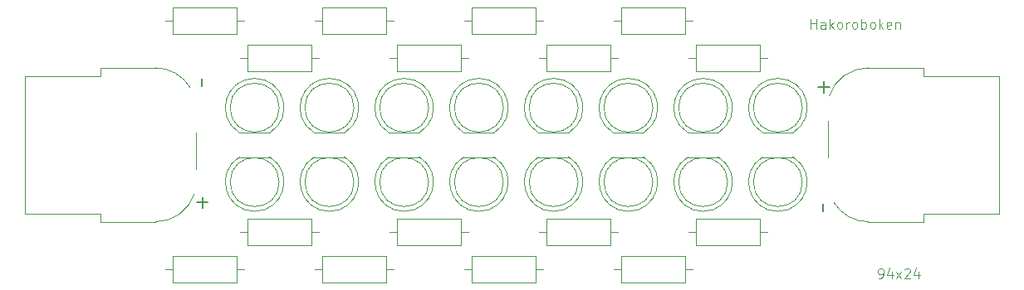
<source format=gbr>
%TF.GenerationSoftware,KiCad,Pcbnew,8.0.0*%
%TF.CreationDate,2024-03-26T18:15:11+09:00*%
%TF.ProjectId,led-board,6c65642d-626f-4617-9264-2e6b69636164,rev?*%
%TF.SameCoordinates,Original*%
%TF.FileFunction,Legend,Top*%
%TF.FilePolarity,Positive*%
%FSLAX46Y46*%
G04 Gerber Fmt 4.6, Leading zero omitted, Abs format (unit mm)*
G04 Created by KiCad (PCBNEW 8.0.0) date 2024-03-26 18:15:11*
%MOMM*%
%LPD*%
G01*
G04 APERTURE LIST*
%ADD10C,0.100000*%
%ADD11C,0.150000*%
%ADD12C,0.120000*%
G04 APERTURE END LIST*
D10*
X191303884Y-66872419D02*
X191303884Y-65872419D01*
X191303884Y-66348609D02*
X191875312Y-66348609D01*
X191875312Y-66872419D02*
X191875312Y-65872419D01*
X192780074Y-66872419D02*
X192780074Y-66348609D01*
X192780074Y-66348609D02*
X192732455Y-66253371D01*
X192732455Y-66253371D02*
X192637217Y-66205752D01*
X192637217Y-66205752D02*
X192446741Y-66205752D01*
X192446741Y-66205752D02*
X192351503Y-66253371D01*
X192780074Y-66824800D02*
X192684836Y-66872419D01*
X192684836Y-66872419D02*
X192446741Y-66872419D01*
X192446741Y-66872419D02*
X192351503Y-66824800D01*
X192351503Y-66824800D02*
X192303884Y-66729561D01*
X192303884Y-66729561D02*
X192303884Y-66634323D01*
X192303884Y-66634323D02*
X192351503Y-66539085D01*
X192351503Y-66539085D02*
X192446741Y-66491466D01*
X192446741Y-66491466D02*
X192684836Y-66491466D01*
X192684836Y-66491466D02*
X192780074Y-66443847D01*
X193256265Y-66872419D02*
X193256265Y-65872419D01*
X193351503Y-66491466D02*
X193637217Y-66872419D01*
X193637217Y-66205752D02*
X193256265Y-66586704D01*
X194208646Y-66872419D02*
X194113408Y-66824800D01*
X194113408Y-66824800D02*
X194065789Y-66777180D01*
X194065789Y-66777180D02*
X194018170Y-66681942D01*
X194018170Y-66681942D02*
X194018170Y-66396228D01*
X194018170Y-66396228D02*
X194065789Y-66300990D01*
X194065789Y-66300990D02*
X194113408Y-66253371D01*
X194113408Y-66253371D02*
X194208646Y-66205752D01*
X194208646Y-66205752D02*
X194351503Y-66205752D01*
X194351503Y-66205752D02*
X194446741Y-66253371D01*
X194446741Y-66253371D02*
X194494360Y-66300990D01*
X194494360Y-66300990D02*
X194541979Y-66396228D01*
X194541979Y-66396228D02*
X194541979Y-66681942D01*
X194541979Y-66681942D02*
X194494360Y-66777180D01*
X194494360Y-66777180D02*
X194446741Y-66824800D01*
X194446741Y-66824800D02*
X194351503Y-66872419D01*
X194351503Y-66872419D02*
X194208646Y-66872419D01*
X194970551Y-66872419D02*
X194970551Y-66205752D01*
X194970551Y-66396228D02*
X195018170Y-66300990D01*
X195018170Y-66300990D02*
X195065789Y-66253371D01*
X195065789Y-66253371D02*
X195161027Y-66205752D01*
X195161027Y-66205752D02*
X195256265Y-66205752D01*
X195732456Y-66872419D02*
X195637218Y-66824800D01*
X195637218Y-66824800D02*
X195589599Y-66777180D01*
X195589599Y-66777180D02*
X195541980Y-66681942D01*
X195541980Y-66681942D02*
X195541980Y-66396228D01*
X195541980Y-66396228D02*
X195589599Y-66300990D01*
X195589599Y-66300990D02*
X195637218Y-66253371D01*
X195637218Y-66253371D02*
X195732456Y-66205752D01*
X195732456Y-66205752D02*
X195875313Y-66205752D01*
X195875313Y-66205752D02*
X195970551Y-66253371D01*
X195970551Y-66253371D02*
X196018170Y-66300990D01*
X196018170Y-66300990D02*
X196065789Y-66396228D01*
X196065789Y-66396228D02*
X196065789Y-66681942D01*
X196065789Y-66681942D02*
X196018170Y-66777180D01*
X196018170Y-66777180D02*
X195970551Y-66824800D01*
X195970551Y-66824800D02*
X195875313Y-66872419D01*
X195875313Y-66872419D02*
X195732456Y-66872419D01*
X196494361Y-66872419D02*
X196494361Y-65872419D01*
X196494361Y-66253371D02*
X196589599Y-66205752D01*
X196589599Y-66205752D02*
X196780075Y-66205752D01*
X196780075Y-66205752D02*
X196875313Y-66253371D01*
X196875313Y-66253371D02*
X196922932Y-66300990D01*
X196922932Y-66300990D02*
X196970551Y-66396228D01*
X196970551Y-66396228D02*
X196970551Y-66681942D01*
X196970551Y-66681942D02*
X196922932Y-66777180D01*
X196922932Y-66777180D02*
X196875313Y-66824800D01*
X196875313Y-66824800D02*
X196780075Y-66872419D01*
X196780075Y-66872419D02*
X196589599Y-66872419D01*
X196589599Y-66872419D02*
X196494361Y-66824800D01*
X197541980Y-66872419D02*
X197446742Y-66824800D01*
X197446742Y-66824800D02*
X197399123Y-66777180D01*
X197399123Y-66777180D02*
X197351504Y-66681942D01*
X197351504Y-66681942D02*
X197351504Y-66396228D01*
X197351504Y-66396228D02*
X197399123Y-66300990D01*
X197399123Y-66300990D02*
X197446742Y-66253371D01*
X197446742Y-66253371D02*
X197541980Y-66205752D01*
X197541980Y-66205752D02*
X197684837Y-66205752D01*
X197684837Y-66205752D02*
X197780075Y-66253371D01*
X197780075Y-66253371D02*
X197827694Y-66300990D01*
X197827694Y-66300990D02*
X197875313Y-66396228D01*
X197875313Y-66396228D02*
X197875313Y-66681942D01*
X197875313Y-66681942D02*
X197827694Y-66777180D01*
X197827694Y-66777180D02*
X197780075Y-66824800D01*
X197780075Y-66824800D02*
X197684837Y-66872419D01*
X197684837Y-66872419D02*
X197541980Y-66872419D01*
X198303885Y-66872419D02*
X198303885Y-65872419D01*
X198399123Y-66491466D02*
X198684837Y-66872419D01*
X198684837Y-66205752D02*
X198303885Y-66586704D01*
X199494361Y-66824800D02*
X199399123Y-66872419D01*
X199399123Y-66872419D02*
X199208647Y-66872419D01*
X199208647Y-66872419D02*
X199113409Y-66824800D01*
X199113409Y-66824800D02*
X199065790Y-66729561D01*
X199065790Y-66729561D02*
X199065790Y-66348609D01*
X199065790Y-66348609D02*
X199113409Y-66253371D01*
X199113409Y-66253371D02*
X199208647Y-66205752D01*
X199208647Y-66205752D02*
X199399123Y-66205752D01*
X199399123Y-66205752D02*
X199494361Y-66253371D01*
X199494361Y-66253371D02*
X199541980Y-66348609D01*
X199541980Y-66348609D02*
X199541980Y-66443847D01*
X199541980Y-66443847D02*
X199065790Y-66539085D01*
X199970552Y-66205752D02*
X199970552Y-66872419D01*
X199970552Y-66300990D02*
X200018171Y-66253371D01*
X200018171Y-66253371D02*
X200113409Y-66205752D01*
X200113409Y-66205752D02*
X200256266Y-66205752D01*
X200256266Y-66205752D02*
X200351504Y-66253371D01*
X200351504Y-66253371D02*
X200399123Y-66348609D01*
X200399123Y-66348609D02*
X200399123Y-66872419D01*
X198251503Y-92372419D02*
X198441979Y-92372419D01*
X198441979Y-92372419D02*
X198537217Y-92324800D01*
X198537217Y-92324800D02*
X198584836Y-92277180D01*
X198584836Y-92277180D02*
X198680074Y-92134323D01*
X198680074Y-92134323D02*
X198727693Y-91943847D01*
X198727693Y-91943847D02*
X198727693Y-91562895D01*
X198727693Y-91562895D02*
X198680074Y-91467657D01*
X198680074Y-91467657D02*
X198632455Y-91420038D01*
X198632455Y-91420038D02*
X198537217Y-91372419D01*
X198537217Y-91372419D02*
X198346741Y-91372419D01*
X198346741Y-91372419D02*
X198251503Y-91420038D01*
X198251503Y-91420038D02*
X198203884Y-91467657D01*
X198203884Y-91467657D02*
X198156265Y-91562895D01*
X198156265Y-91562895D02*
X198156265Y-91800990D01*
X198156265Y-91800990D02*
X198203884Y-91896228D01*
X198203884Y-91896228D02*
X198251503Y-91943847D01*
X198251503Y-91943847D02*
X198346741Y-91991466D01*
X198346741Y-91991466D02*
X198537217Y-91991466D01*
X198537217Y-91991466D02*
X198632455Y-91943847D01*
X198632455Y-91943847D02*
X198680074Y-91896228D01*
X198680074Y-91896228D02*
X198727693Y-91800990D01*
X199584836Y-91705752D02*
X199584836Y-92372419D01*
X199346741Y-91324800D02*
X199108646Y-92039085D01*
X199108646Y-92039085D02*
X199727693Y-92039085D01*
X200013408Y-92372419D02*
X200537217Y-91705752D01*
X200013408Y-91705752D02*
X200537217Y-92372419D01*
X200870551Y-91467657D02*
X200918170Y-91420038D01*
X200918170Y-91420038D02*
X201013408Y-91372419D01*
X201013408Y-91372419D02*
X201251503Y-91372419D01*
X201251503Y-91372419D02*
X201346741Y-91420038D01*
X201346741Y-91420038D02*
X201394360Y-91467657D01*
X201394360Y-91467657D02*
X201441979Y-91562895D01*
X201441979Y-91562895D02*
X201441979Y-91658133D01*
X201441979Y-91658133D02*
X201394360Y-91800990D01*
X201394360Y-91800990D02*
X200822932Y-92372419D01*
X200822932Y-92372419D02*
X201441979Y-92372419D01*
X202299122Y-91705752D02*
X202299122Y-92372419D01*
X202061027Y-91324800D02*
X201822932Y-92039085D01*
X201822932Y-92039085D02*
X202441979Y-92039085D01*
D11*
X129238866Y-72720951D02*
X129238866Y-71959047D01*
X129279700Y-85211428D02*
X129279700Y-84068571D01*
X129851128Y-84639999D02*
X128708271Y-84639999D01*
X192599866Y-85520951D02*
X192599866Y-84759047D01*
X192640700Y-73411428D02*
X192640700Y-72268571D01*
X193212128Y-72839999D02*
X192069271Y-72839999D01*
D12*
%TO.C,R15*%
X140740000Y-91440000D02*
X141510000Y-91440000D01*
X141510000Y-90070000D02*
X141510000Y-92810000D01*
X141510000Y-92810000D02*
X148050000Y-92810000D01*
X148050000Y-90070000D02*
X141510000Y-90070000D01*
X148050000Y-92810000D02*
X148050000Y-90070000D01*
X148820000Y-91440000D02*
X148050000Y-91440000D01*
%TO.C,D5*%
X155935000Y-77500000D02*
X159025000Y-77500000D01*
X155935170Y-77499999D02*
G75*
G02*
X157480462Y-71950001I1544830J2559999D01*
G01*
X157479538Y-71950000D02*
G75*
G02*
X159024830Y-77500000I462J-2990000D01*
G01*
X159980000Y-74940000D02*
G75*
G02*
X154980000Y-74940000I-2500000J0D01*
G01*
X154980000Y-74940000D02*
G75*
G02*
X159980000Y-74940000I2500000J0D01*
G01*
%TO.C,D16*%
X159025000Y-79990000D02*
X155935000Y-79990000D01*
X157480462Y-85540000D02*
G75*
G02*
X155935170Y-79990000I-462J2990000D01*
G01*
X159024830Y-79990001D02*
G75*
G02*
X157479538Y-85539999I-1544830J-2559999D01*
G01*
X159980000Y-82550000D02*
G75*
G02*
X154980000Y-82550000I-2500000J0D01*
G01*
X154980000Y-82550000D02*
G75*
G02*
X159980000Y-82550000I2500000J0D01*
G01*
%TO.C,R16*%
X148360000Y-87630000D02*
X149130000Y-87630000D01*
X149130000Y-86260000D02*
X149130000Y-89000000D01*
X149130000Y-89000000D02*
X155670000Y-89000000D01*
X155670000Y-86260000D02*
X149130000Y-86260000D01*
X155670000Y-89000000D02*
X155670000Y-86260000D01*
X156440000Y-87630000D02*
X155670000Y-87630000D01*
%TO.C,D2*%
X178795000Y-77500000D02*
X181885000Y-77500000D01*
X178795170Y-77499999D02*
G75*
G02*
X180340462Y-71950001I1544830J2559999D01*
G01*
X180339538Y-71950000D02*
G75*
G02*
X181884830Y-77500000I462J-2990000D01*
G01*
X182840000Y-74940000D02*
G75*
G02*
X177840000Y-74940000I-2500000J0D01*
G01*
X177840000Y-74940000D02*
G75*
G02*
X182840000Y-74940000I2500000J0D01*
G01*
%TO.C,R12*%
X155980000Y-91440000D02*
X156750000Y-91440000D01*
X156750000Y-90070000D02*
X156750000Y-92810000D01*
X156750000Y-92810000D02*
X163290000Y-92810000D01*
X163290000Y-90070000D02*
X156750000Y-90070000D01*
X163290000Y-92810000D02*
X163290000Y-90070000D01*
X164060000Y-91440000D02*
X163290000Y-91440000D01*
%TO.C,R7*%
X133120000Y-69850000D02*
X133890000Y-69850000D01*
X133890000Y-68480000D02*
X133890000Y-71220000D01*
X133890000Y-71220000D02*
X140430000Y-71220000D01*
X140430000Y-68480000D02*
X133890000Y-68480000D01*
X140430000Y-71220000D02*
X140430000Y-68480000D01*
X141200000Y-69850000D02*
X140430000Y-69850000D01*
%TO.C,J1*%
X111205000Y-71730000D02*
X118905000Y-71730000D01*
X111205000Y-85750000D02*
X111205000Y-71730000D01*
X111205000Y-85750000D02*
X118905000Y-85750000D01*
X118905000Y-70880000D02*
X124515000Y-70880000D01*
X118905000Y-71730000D02*
X118905000Y-70880000D01*
X118905000Y-86600000D02*
X118905000Y-85750000D01*
X118905000Y-86600000D02*
X124515000Y-86600000D01*
X128625000Y-81190000D02*
X128625000Y-77450000D01*
X124515000Y-70880000D02*
G75*
G02*
X128037958Y-72873194I0J-4110000D01*
G01*
X128473718Y-83729900D02*
G75*
G02*
X124515000Y-86599999I-3918716J1239898D01*
G01*
%TO.C,D11*%
X174265000Y-79990000D02*
X171175000Y-79990000D01*
X172720462Y-85540000D02*
G75*
G02*
X171175170Y-79990000I-462J2990000D01*
G01*
X174264830Y-79990001D02*
G75*
G02*
X172719538Y-85539999I-1544830J-2559999D01*
G01*
X175220000Y-82550000D02*
G75*
G02*
X170220000Y-82550000I-2500000J0D01*
G01*
X170220000Y-82550000D02*
G75*
G02*
X175220000Y-82550000I2500000J0D01*
G01*
%TO.C,D15*%
X151405000Y-79990000D02*
X148315000Y-79990000D01*
X149860462Y-85540000D02*
G75*
G02*
X148315170Y-79990000I-462J2990000D01*
G01*
X151404830Y-79990001D02*
G75*
G02*
X149859538Y-85539999I-1544830J-2559999D01*
G01*
X152360000Y-82550000D02*
G75*
G02*
X147360000Y-82550000I-2500000J0D01*
G01*
X147360000Y-82550000D02*
G75*
G02*
X152360000Y-82550000I2500000J0D01*
G01*
%TO.C,R2*%
X171220000Y-66040000D02*
X171990000Y-66040000D01*
X171990000Y-64670000D02*
X171990000Y-67410000D01*
X171990000Y-67410000D02*
X178530000Y-67410000D01*
X178530000Y-64670000D02*
X171990000Y-64670000D01*
X178530000Y-67410000D02*
X178530000Y-64670000D01*
X179300000Y-66040000D02*
X178530000Y-66040000D01*
%TO.C,R13*%
X125500000Y-91440000D02*
X126270000Y-91440000D01*
X126270000Y-90070000D02*
X126270000Y-92810000D01*
X126270000Y-92810000D02*
X132810000Y-92810000D01*
X132810000Y-90070000D02*
X126270000Y-90070000D01*
X132810000Y-92810000D02*
X132810000Y-90070000D01*
X133580000Y-91440000D02*
X132810000Y-91440000D01*
%TO.C,D7*%
X140695000Y-77500000D02*
X143785000Y-77500000D01*
X140695170Y-77499999D02*
G75*
G02*
X142240462Y-71950001I1544830J2559999D01*
G01*
X142239538Y-71950000D02*
G75*
G02*
X143784830Y-77500000I462J-2990000D01*
G01*
X144740000Y-74940000D02*
G75*
G02*
X139740000Y-74940000I-2500000J0D01*
G01*
X139740000Y-74940000D02*
G75*
G02*
X144740000Y-74940000I2500000J0D01*
G01*
%TO.C,D6*%
X148315000Y-77500000D02*
X151405000Y-77500000D01*
X148315170Y-77499999D02*
G75*
G02*
X149860462Y-71950001I1544830J2559999D01*
G01*
X149859538Y-71950000D02*
G75*
G02*
X151404830Y-77500000I462J-2990000D01*
G01*
X152360000Y-74940000D02*
G75*
G02*
X147360000Y-74940000I-2500000J0D01*
G01*
X147360000Y-74940000D02*
G75*
G02*
X152360000Y-74940000I2500000J0D01*
G01*
%TO.C,R11*%
X163600000Y-87630000D02*
X164370000Y-87630000D01*
X164370000Y-86260000D02*
X164370000Y-89000000D01*
X164370000Y-89000000D02*
X170910000Y-89000000D01*
X170910000Y-86260000D02*
X164370000Y-86260000D01*
X170910000Y-89000000D02*
X170910000Y-86260000D01*
X171680000Y-87630000D02*
X170910000Y-87630000D01*
%TO.C,R14*%
X133120000Y-87630000D02*
X133890000Y-87630000D01*
X133890000Y-86260000D02*
X133890000Y-89000000D01*
X133890000Y-89000000D02*
X140430000Y-89000000D01*
X140430000Y-86260000D02*
X133890000Y-86260000D01*
X140430000Y-89000000D02*
X140430000Y-86260000D01*
X141200000Y-87630000D02*
X140430000Y-87630000D01*
%TO.C,R1*%
X178840000Y-69850000D02*
X179610000Y-69850000D01*
X179610000Y-68480000D02*
X179610000Y-71220000D01*
X179610000Y-71220000D02*
X186150000Y-71220000D01*
X186150000Y-68480000D02*
X179610000Y-68480000D01*
X186150000Y-71220000D02*
X186150000Y-68480000D01*
X186920000Y-69850000D02*
X186150000Y-69850000D01*
%TO.C,D3*%
X171175000Y-77500000D02*
X174265000Y-77500000D01*
X171175170Y-77499999D02*
G75*
G02*
X172720462Y-71950001I1544830J2559999D01*
G01*
X172719538Y-71950000D02*
G75*
G02*
X174264830Y-77500000I462J-2990000D01*
G01*
X175220000Y-74940000D02*
G75*
G02*
X170220000Y-74940000I-2500000J0D01*
G01*
X170220000Y-74940000D02*
G75*
G02*
X175220000Y-74940000I2500000J0D01*
G01*
%TO.C,D13*%
X136165000Y-79990000D02*
X133075000Y-79990000D01*
X134620462Y-85540000D02*
G75*
G02*
X133075170Y-79990000I-462J2990000D01*
G01*
X136164830Y-79990001D02*
G75*
G02*
X134619538Y-85539999I-1544830J-2559999D01*
G01*
X137120000Y-82550000D02*
G75*
G02*
X132120000Y-82550000I-2500000J0D01*
G01*
X132120000Y-82550000D02*
G75*
G02*
X137120000Y-82550000I2500000J0D01*
G01*
%TO.C,R8*%
X125500000Y-66040000D02*
X126270000Y-66040000D01*
X126270000Y-64670000D02*
X126270000Y-67410000D01*
X126270000Y-67410000D02*
X132810000Y-67410000D01*
X132810000Y-64670000D02*
X126270000Y-64670000D01*
X132810000Y-67410000D02*
X132810000Y-64670000D01*
X133580000Y-66040000D02*
X132810000Y-66040000D01*
%TO.C,D12*%
X166645000Y-79990000D02*
X163555000Y-79990000D01*
X165100462Y-85540000D02*
G75*
G02*
X163555170Y-79990000I-462J2990000D01*
G01*
X166644830Y-79990001D02*
G75*
G02*
X165099538Y-85539999I-1544830J-2559999D01*
G01*
X167600000Y-82550000D02*
G75*
G02*
X162600000Y-82550000I-2500000J0D01*
G01*
X162600000Y-82550000D02*
G75*
G02*
X167600000Y-82550000I2500000J0D01*
G01*
%TO.C,D8*%
X133075000Y-77500000D02*
X136165000Y-77500000D01*
X133075170Y-77499999D02*
G75*
G02*
X134620462Y-71950001I1544830J2559999D01*
G01*
X134619538Y-71950000D02*
G75*
G02*
X136164830Y-77500000I462J-2990000D01*
G01*
X137120000Y-74940000D02*
G75*
G02*
X132120000Y-74940000I-2500000J0D01*
G01*
X132120000Y-74940000D02*
G75*
G02*
X137120000Y-74940000I2500000J0D01*
G01*
%TO.C,J2*%
X193066000Y-76290000D02*
X193066000Y-80030000D01*
X202786000Y-70880000D02*
X197176000Y-70880000D01*
X202786000Y-70880000D02*
X202786000Y-71730000D01*
X202786000Y-85750000D02*
X202786000Y-86600000D01*
X202786000Y-86600000D02*
X197176000Y-86600000D01*
X210486000Y-71730000D02*
X202786000Y-71730000D01*
X210486000Y-71730000D02*
X210486000Y-85750000D01*
X210486000Y-85750000D02*
X202786000Y-85750000D01*
X193217282Y-73750100D02*
G75*
G02*
X197176000Y-70880001I3918716J-1239898D01*
G01*
X197176000Y-86600000D02*
G75*
G02*
X193653042Y-84606806I0J4110000D01*
G01*
%TO.C,D9*%
X189505000Y-79990000D02*
X186415000Y-79990000D01*
X187960462Y-85540000D02*
G75*
G02*
X186415170Y-79990000I-462J2990000D01*
G01*
X189504830Y-79990001D02*
G75*
G02*
X187959538Y-85539999I-1544830J-2559999D01*
G01*
X190460000Y-82550000D02*
G75*
G02*
X185460000Y-82550000I-2500000J0D01*
G01*
X185460000Y-82550000D02*
G75*
G02*
X190460000Y-82550000I2500000J0D01*
G01*
%TO.C,D14*%
X143785000Y-79990000D02*
X140695000Y-79990000D01*
X142240462Y-85540000D02*
G75*
G02*
X140695170Y-79990000I-462J2990000D01*
G01*
X143784830Y-79990001D02*
G75*
G02*
X142239538Y-85539999I-1544830J-2559999D01*
G01*
X144740000Y-82550000D02*
G75*
G02*
X139740000Y-82550000I-2500000J0D01*
G01*
X139740000Y-82550000D02*
G75*
G02*
X144740000Y-82550000I2500000J0D01*
G01*
%TO.C,R9*%
X178840000Y-87630000D02*
X179610000Y-87630000D01*
X179610000Y-86260000D02*
X179610000Y-89000000D01*
X179610000Y-89000000D02*
X186150000Y-89000000D01*
X186150000Y-86260000D02*
X179610000Y-86260000D01*
X186150000Y-89000000D02*
X186150000Y-86260000D01*
X186920000Y-87630000D02*
X186150000Y-87630000D01*
%TO.C,R10*%
X171220000Y-91440000D02*
X171990000Y-91440000D01*
X171990000Y-90070000D02*
X171990000Y-92810000D01*
X171990000Y-92810000D02*
X178530000Y-92810000D01*
X178530000Y-90070000D02*
X171990000Y-90070000D01*
X178530000Y-92810000D02*
X178530000Y-90070000D01*
X179300000Y-91440000D02*
X178530000Y-91440000D01*
%TO.C,R3*%
X163600000Y-69850000D02*
X164370000Y-69850000D01*
X164370000Y-68480000D02*
X164370000Y-71220000D01*
X164370000Y-71220000D02*
X170910000Y-71220000D01*
X170910000Y-68480000D02*
X164370000Y-68480000D01*
X170910000Y-71220000D02*
X170910000Y-68480000D01*
X171680000Y-69850000D02*
X170910000Y-69850000D01*
%TO.C,D1*%
X186415000Y-77500000D02*
X189505000Y-77500000D01*
X186415170Y-77499999D02*
G75*
G02*
X187960462Y-71950001I1544830J2559999D01*
G01*
X187959538Y-71950000D02*
G75*
G02*
X189504830Y-77500000I462J-2990000D01*
G01*
X190460000Y-74940000D02*
G75*
G02*
X185460000Y-74940000I-2500000J0D01*
G01*
X185460000Y-74940000D02*
G75*
G02*
X190460000Y-74940000I2500000J0D01*
G01*
%TO.C,D10*%
X181885000Y-79990000D02*
X178795000Y-79990000D01*
X180340462Y-85540000D02*
G75*
G02*
X178795170Y-79990000I-462J2990000D01*
G01*
X181884830Y-79990001D02*
G75*
G02*
X180339538Y-85539999I-1544830J-2559999D01*
G01*
X182840000Y-82550000D02*
G75*
G02*
X177840000Y-82550000I-2500000J0D01*
G01*
X177840000Y-82550000D02*
G75*
G02*
X182840000Y-82550000I2500000J0D01*
G01*
%TO.C,R5*%
X148360000Y-69850000D02*
X149130000Y-69850000D01*
X149130000Y-68480000D02*
X149130000Y-71220000D01*
X149130000Y-71220000D02*
X155670000Y-71220000D01*
X155670000Y-68480000D02*
X149130000Y-68480000D01*
X155670000Y-71220000D02*
X155670000Y-68480000D01*
X156440000Y-69850000D02*
X155670000Y-69850000D01*
%TO.C,D4*%
X163555000Y-77500000D02*
X166645000Y-77500000D01*
X163555170Y-77499999D02*
G75*
G02*
X165100462Y-71950001I1544830J2559999D01*
G01*
X165099538Y-71950000D02*
G75*
G02*
X166644830Y-77500000I462J-2990000D01*
G01*
X167600000Y-74940000D02*
G75*
G02*
X162600000Y-74940000I-2500000J0D01*
G01*
X162600000Y-74940000D02*
G75*
G02*
X167600000Y-74940000I2500000J0D01*
G01*
%TO.C,R4*%
X155980000Y-66040000D02*
X156750000Y-66040000D01*
X156750000Y-64670000D02*
X156750000Y-67410000D01*
X156750000Y-67410000D02*
X163290000Y-67410000D01*
X163290000Y-64670000D02*
X156750000Y-64670000D01*
X163290000Y-67410000D02*
X163290000Y-64670000D01*
X164060000Y-66040000D02*
X163290000Y-66040000D01*
%TO.C,R6*%
X140740000Y-66040000D02*
X141510000Y-66040000D01*
X141510000Y-64670000D02*
X141510000Y-67410000D01*
X141510000Y-67410000D02*
X148050000Y-67410000D01*
X148050000Y-64670000D02*
X141510000Y-64670000D01*
X148050000Y-67410000D02*
X148050000Y-64670000D01*
X148820000Y-66040000D02*
X148050000Y-66040000D01*
%TD*%
M02*

</source>
